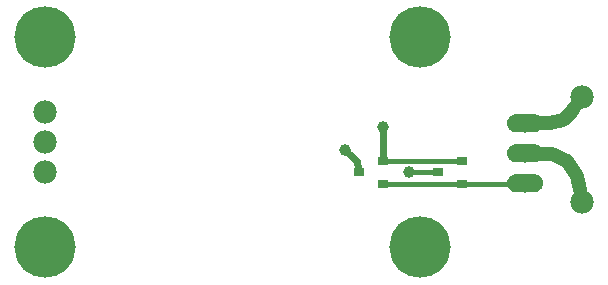
<source format=gbl>
G04 MADE WITH FRITZING*
G04 WWW.FRITZING.ORG*
G04 DOUBLE SIDED*
G04 HOLES PLATED*
G04 CONTOUR ON CENTER OF CONTOUR VECTOR*
%ASAXBY*%
%FSLAX23Y23*%
%MOIN*%
%OFA0B0*%
%SFA1.0B1.0*%
%ADD10C,0.039370*%
%ADD11C,0.078000*%
%ADD12C,0.060000*%
%ADD13C,0.204724*%
%ADD14R,0.035433X0.031496*%
%ADD15C,0.024000*%
%ADD16C,0.016000*%
%ADD17C,0.048000*%
%ADD18R,0.001000X0.001000*%
%LNCOPPER0*%
G90*
G70*
G54D10*
X1345Y390D03*
X1132Y465D03*
G54D11*
X1920Y640D03*
X1920Y290D03*
G54D12*
X1732Y353D03*
X1732Y453D03*
X1732Y553D03*
G54D10*
X1257Y540D03*
G54D13*
X1382Y140D03*
X1382Y840D03*
X132Y140D03*
X132Y840D03*
G54D11*
X132Y390D03*
X132Y490D03*
X132Y590D03*
G54D14*
X1520Y427D03*
X1520Y353D03*
X1441Y390D03*
X1257Y427D03*
X1257Y353D03*
X1178Y390D03*
G54D15*
X1257Y438D02*
X1257Y521D01*
G54D16*
D02*
X1508Y427D02*
X1269Y427D01*
D02*
X1269Y353D02*
X1508Y353D01*
D02*
X1733Y352D02*
X1760Y340D01*
D02*
X1532Y353D02*
X1733Y352D01*
D02*
X1432Y391D02*
X1364Y390D01*
D02*
X1441Y390D02*
X1432Y391D01*
G54D15*
D02*
X1170Y427D02*
X1146Y452D01*
D02*
X1176Y400D02*
X1170Y427D01*
G54D17*
D02*
X1821Y453D02*
X1774Y453D01*
D02*
X1914Y331D02*
X1906Y378D01*
D02*
X1870Y427D02*
X1821Y453D01*
D02*
X1906Y378D02*
X1870Y427D01*
D02*
X1815Y555D02*
X1774Y554D01*
D02*
X1896Y606D02*
X1883Y586D01*
D02*
X1883Y586D02*
X1857Y566D01*
D02*
X1857Y566D02*
X1815Y555D01*
G54D18*
X1695Y583D02*
X1768Y583D01*
X1692Y582D02*
X1771Y582D01*
X1689Y581D02*
X1774Y581D01*
X1687Y580D02*
X1776Y580D01*
X1686Y579D02*
X1777Y579D01*
X1684Y578D02*
X1779Y578D01*
X1683Y577D02*
X1780Y577D01*
X1682Y576D02*
X1781Y576D01*
X1681Y575D02*
X1782Y575D01*
X1680Y574D02*
X1783Y574D01*
X1679Y573D02*
X1725Y573D01*
X1737Y573D02*
X1784Y573D01*
X1678Y572D02*
X1723Y572D01*
X1740Y572D02*
X1785Y572D01*
X1677Y571D02*
X1721Y571D01*
X1742Y571D02*
X1786Y571D01*
X1677Y570D02*
X1719Y570D01*
X1744Y570D02*
X1786Y570D01*
X1676Y569D02*
X1718Y569D01*
X1745Y569D02*
X1787Y569D01*
X1675Y568D02*
X1717Y568D01*
X1746Y568D02*
X1787Y568D01*
X1675Y567D02*
X1716Y567D01*
X1747Y567D02*
X1788Y567D01*
X1675Y566D02*
X1715Y566D01*
X1748Y566D02*
X1788Y566D01*
X1674Y565D02*
X1714Y565D01*
X1749Y565D02*
X1789Y565D01*
X1674Y564D02*
X1714Y564D01*
X1749Y564D02*
X1789Y564D01*
X1673Y563D02*
X1713Y563D01*
X1750Y563D02*
X1789Y563D01*
X1673Y562D02*
X1713Y562D01*
X1750Y562D02*
X1790Y562D01*
X1673Y561D02*
X1712Y561D01*
X1751Y561D02*
X1790Y561D01*
X1673Y560D02*
X1712Y560D01*
X1751Y560D02*
X1790Y560D01*
X1672Y559D02*
X1712Y559D01*
X1751Y559D02*
X1790Y559D01*
X1672Y558D02*
X1711Y558D01*
X1751Y558D02*
X1791Y558D01*
X1672Y557D02*
X1711Y557D01*
X1752Y557D02*
X1791Y557D01*
X1672Y556D02*
X1711Y556D01*
X1752Y556D02*
X1791Y556D01*
X1672Y555D02*
X1711Y555D01*
X1752Y555D02*
X1791Y555D01*
X1672Y554D02*
X1711Y554D01*
X1752Y554D02*
X1791Y554D01*
X1672Y553D02*
X1711Y553D01*
X1752Y553D02*
X1791Y553D01*
X1672Y552D02*
X1711Y552D01*
X1752Y552D02*
X1791Y552D01*
X1672Y551D02*
X1711Y551D01*
X1752Y551D02*
X1791Y551D01*
X1672Y550D02*
X1711Y550D01*
X1752Y550D02*
X1791Y550D01*
X1672Y549D02*
X1712Y549D01*
X1751Y549D02*
X1790Y549D01*
X1673Y548D02*
X1712Y548D01*
X1751Y548D02*
X1790Y548D01*
X1673Y547D02*
X1712Y547D01*
X1751Y547D02*
X1790Y547D01*
X1673Y546D02*
X1713Y546D01*
X1750Y546D02*
X1790Y546D01*
X1673Y545D02*
X1713Y545D01*
X1750Y545D02*
X1790Y545D01*
X1674Y544D02*
X1714Y544D01*
X1749Y544D02*
X1789Y544D01*
X1674Y543D02*
X1714Y543D01*
X1749Y543D02*
X1789Y543D01*
X1674Y542D02*
X1715Y542D01*
X1748Y542D02*
X1788Y542D01*
X1675Y541D02*
X1716Y541D01*
X1747Y541D02*
X1788Y541D01*
X1675Y540D02*
X1717Y540D01*
X1746Y540D02*
X1787Y540D01*
X1676Y539D02*
X1718Y539D01*
X1745Y539D02*
X1787Y539D01*
X1677Y538D02*
X1719Y538D01*
X1744Y538D02*
X1786Y538D01*
X1677Y537D02*
X1720Y537D01*
X1743Y537D02*
X1786Y537D01*
X1678Y536D02*
X1722Y536D01*
X1741Y536D02*
X1785Y536D01*
X1679Y535D02*
X1725Y535D01*
X1738Y535D02*
X1784Y535D01*
X1680Y534D02*
X1730Y534D01*
X1733Y534D02*
X1783Y534D01*
X1680Y533D02*
X1782Y533D01*
X1681Y532D02*
X1781Y532D01*
X1683Y531D02*
X1780Y531D01*
X1684Y530D02*
X1779Y530D01*
X1685Y529D02*
X1778Y529D01*
X1687Y528D02*
X1776Y528D01*
X1689Y527D02*
X1774Y527D01*
X1691Y526D02*
X1772Y526D01*
X1694Y525D02*
X1769Y525D01*
X1700Y524D02*
X1763Y524D01*
X1695Y483D02*
X1768Y483D01*
X1691Y482D02*
X1771Y482D01*
X1689Y481D02*
X1774Y481D01*
X1687Y480D02*
X1776Y480D01*
X1685Y479D02*
X1777Y479D01*
X1684Y478D02*
X1779Y478D01*
X1683Y477D02*
X1780Y477D01*
X1682Y476D02*
X1781Y476D01*
X1681Y475D02*
X1782Y475D01*
X1680Y474D02*
X1783Y474D01*
X1679Y473D02*
X1725Y473D01*
X1738Y473D02*
X1784Y473D01*
X1678Y472D02*
X1722Y472D01*
X1740Y472D02*
X1785Y472D01*
X1677Y471D02*
X1721Y471D01*
X1742Y471D02*
X1786Y471D01*
X1677Y470D02*
X1719Y470D01*
X1744Y470D02*
X1786Y470D01*
X1676Y469D02*
X1718Y469D01*
X1745Y469D02*
X1787Y469D01*
X1675Y468D02*
X1717Y468D01*
X1746Y468D02*
X1787Y468D01*
X1675Y467D02*
X1716Y467D01*
X1747Y467D02*
X1788Y467D01*
X1674Y466D02*
X1715Y466D01*
X1748Y466D02*
X1788Y466D01*
X1674Y465D02*
X1714Y465D01*
X1749Y465D02*
X1789Y465D01*
X1674Y464D02*
X1714Y464D01*
X1749Y464D02*
X1789Y464D01*
X1673Y463D02*
X1713Y463D01*
X1750Y463D02*
X1790Y463D01*
X1673Y462D02*
X1713Y462D01*
X1750Y462D02*
X1790Y462D01*
X1673Y461D02*
X1712Y461D01*
X1751Y461D02*
X1790Y461D01*
X1673Y460D02*
X1712Y460D01*
X1751Y460D02*
X1790Y460D01*
X1672Y459D02*
X1712Y459D01*
X1751Y459D02*
X1790Y459D01*
X1672Y458D02*
X1711Y458D01*
X1751Y458D02*
X1791Y458D01*
X1672Y457D02*
X1711Y457D01*
X1752Y457D02*
X1791Y457D01*
X1672Y456D02*
X1711Y456D01*
X1752Y456D02*
X1791Y456D01*
X1672Y455D02*
X1711Y455D01*
X1752Y455D02*
X1791Y455D01*
X1672Y454D02*
X1711Y454D01*
X1752Y454D02*
X1791Y454D01*
X1672Y453D02*
X1711Y453D01*
X1752Y453D02*
X1791Y453D01*
X1672Y452D02*
X1711Y452D01*
X1752Y452D02*
X1791Y452D01*
X1672Y451D02*
X1711Y451D01*
X1752Y451D02*
X1791Y451D01*
X1672Y450D02*
X1711Y450D01*
X1751Y450D02*
X1791Y450D01*
X1672Y449D02*
X1712Y449D01*
X1751Y449D02*
X1790Y449D01*
X1673Y448D02*
X1712Y448D01*
X1751Y448D02*
X1790Y448D01*
X1673Y447D02*
X1712Y447D01*
X1751Y447D02*
X1790Y447D01*
X1673Y446D02*
X1713Y446D01*
X1750Y446D02*
X1790Y446D01*
X1673Y445D02*
X1713Y445D01*
X1750Y445D02*
X1790Y445D01*
X1674Y444D02*
X1714Y444D01*
X1749Y444D02*
X1789Y444D01*
X1674Y443D02*
X1714Y443D01*
X1749Y443D02*
X1789Y443D01*
X1674Y442D02*
X1715Y442D01*
X1748Y442D02*
X1788Y442D01*
X1675Y441D02*
X1716Y441D01*
X1747Y441D02*
X1788Y441D01*
X1675Y440D02*
X1717Y440D01*
X1746Y440D02*
X1787Y440D01*
X1676Y439D02*
X1718Y439D01*
X1745Y439D02*
X1787Y439D01*
X1677Y438D02*
X1719Y438D01*
X1744Y438D02*
X1786Y438D01*
X1677Y437D02*
X1720Y437D01*
X1742Y437D02*
X1786Y437D01*
X1678Y436D02*
X1722Y436D01*
X1741Y436D02*
X1785Y436D01*
X1679Y435D02*
X1725Y435D01*
X1738Y435D02*
X1784Y435D01*
X1680Y434D02*
X1783Y434D01*
X1680Y433D02*
X1782Y433D01*
X1682Y432D02*
X1781Y432D01*
X1683Y431D02*
X1780Y431D01*
X1684Y430D02*
X1779Y430D01*
X1685Y429D02*
X1778Y429D01*
X1687Y428D02*
X1776Y428D01*
X1689Y427D02*
X1774Y427D01*
X1691Y426D02*
X1772Y426D01*
X1694Y425D02*
X1769Y425D01*
X1701Y424D02*
X1762Y424D01*
X1694Y383D02*
X1768Y383D01*
X1691Y382D02*
X1772Y382D01*
X1689Y381D02*
X1774Y381D01*
X1687Y380D02*
X1776Y380D01*
X1685Y379D02*
X1777Y379D01*
X1684Y378D02*
X1779Y378D01*
X1683Y377D02*
X1780Y377D01*
X1682Y376D02*
X1781Y376D01*
X1681Y375D02*
X1782Y375D01*
X1680Y374D02*
X1783Y374D01*
X1679Y373D02*
X1725Y373D01*
X1738Y373D02*
X1784Y373D01*
X1678Y372D02*
X1722Y372D01*
X1740Y372D02*
X1785Y372D01*
X1677Y371D02*
X1721Y371D01*
X1742Y371D02*
X1786Y371D01*
X1677Y370D02*
X1719Y370D01*
X1744Y370D02*
X1786Y370D01*
X1676Y369D02*
X1718Y369D01*
X1745Y369D02*
X1787Y369D01*
X1675Y368D02*
X1717Y368D01*
X1746Y368D02*
X1787Y368D01*
X1675Y367D02*
X1716Y367D01*
X1747Y367D02*
X1788Y367D01*
X1674Y366D02*
X1715Y366D01*
X1748Y366D02*
X1788Y366D01*
X1674Y365D02*
X1714Y365D01*
X1749Y365D02*
X1789Y365D01*
X1674Y364D02*
X1714Y364D01*
X1749Y364D02*
X1789Y364D01*
X1673Y363D02*
X1713Y363D01*
X1750Y363D02*
X1790Y363D01*
X1673Y362D02*
X1713Y362D01*
X1750Y362D02*
X1790Y362D01*
X1673Y361D02*
X1712Y361D01*
X1751Y361D02*
X1790Y361D01*
X1673Y360D02*
X1712Y360D01*
X1751Y360D02*
X1790Y360D01*
X1672Y359D02*
X1712Y359D01*
X1751Y359D02*
X1790Y359D01*
X1672Y358D02*
X1711Y358D01*
X1751Y358D02*
X1791Y358D01*
X1672Y357D02*
X1711Y357D01*
X1752Y357D02*
X1791Y357D01*
X1672Y356D02*
X1711Y356D01*
X1752Y356D02*
X1791Y356D01*
X1672Y355D02*
X1711Y355D01*
X1752Y355D02*
X1791Y355D01*
X1672Y354D02*
X1711Y354D01*
X1752Y354D02*
X1791Y354D01*
X1672Y353D02*
X1711Y353D01*
X1752Y353D02*
X1791Y353D01*
X1672Y352D02*
X1711Y352D01*
X1752Y352D02*
X1791Y352D01*
X1672Y351D02*
X1711Y351D01*
X1752Y351D02*
X1791Y351D01*
X1672Y350D02*
X1711Y350D01*
X1751Y350D02*
X1791Y350D01*
X1672Y349D02*
X1712Y349D01*
X1751Y349D02*
X1790Y349D01*
X1673Y348D02*
X1712Y348D01*
X1751Y348D02*
X1790Y348D01*
X1673Y347D02*
X1712Y347D01*
X1751Y347D02*
X1790Y347D01*
X1673Y346D02*
X1713Y346D01*
X1750Y346D02*
X1790Y346D01*
X1673Y345D02*
X1713Y345D01*
X1750Y345D02*
X1790Y345D01*
X1674Y344D02*
X1714Y344D01*
X1749Y344D02*
X1789Y344D01*
X1674Y343D02*
X1714Y343D01*
X1749Y343D02*
X1789Y343D01*
X1674Y342D02*
X1715Y342D01*
X1748Y342D02*
X1788Y342D01*
X1675Y341D02*
X1716Y341D01*
X1747Y341D02*
X1788Y341D01*
X1675Y340D02*
X1717Y340D01*
X1746Y340D02*
X1787Y340D01*
X1676Y339D02*
X1718Y339D01*
X1745Y339D02*
X1787Y339D01*
X1677Y338D02*
X1719Y338D01*
X1744Y338D02*
X1786Y338D01*
X1677Y337D02*
X1721Y337D01*
X1742Y337D02*
X1786Y337D01*
X1678Y336D02*
X1722Y336D01*
X1740Y336D02*
X1785Y336D01*
X1679Y335D02*
X1725Y335D01*
X1738Y335D02*
X1784Y335D01*
X1680Y334D02*
X1783Y334D01*
X1681Y333D02*
X1782Y333D01*
X1682Y332D02*
X1781Y332D01*
X1683Y331D02*
X1780Y331D01*
X1684Y330D02*
X1779Y330D01*
X1685Y329D02*
X1777Y329D01*
X1687Y328D02*
X1776Y328D01*
X1689Y327D02*
X1774Y327D01*
X1691Y326D02*
X1772Y326D01*
X1694Y325D02*
X1768Y325D01*
D02*
G04 End of Copper0*
M02*
</source>
